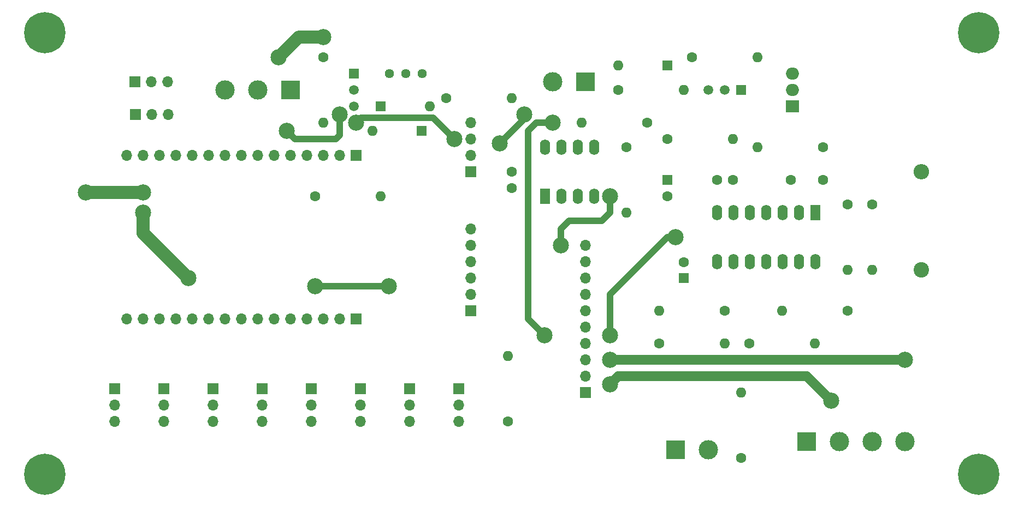
<source format=gtl>
G04 #@! TF.GenerationSoftware,KiCad,Pcbnew,(6.0.9)*
G04 #@! TF.CreationDate,2022-12-06T17:49:46-03:00*
G04 #@! TF.ProjectId,anemometer,616e656d-6f6d-4657-9465-722e6b696361,rev?*
G04 #@! TF.SameCoordinates,Original*
G04 #@! TF.FileFunction,Copper,L1,Top*
G04 #@! TF.FilePolarity,Positive*
%FSLAX46Y46*%
G04 Gerber Fmt 4.6, Leading zero omitted, Abs format (unit mm)*
G04 Created by KiCad (PCBNEW (6.0.9)) date 2022-12-06 17:49:46*
%MOMM*%
%LPD*%
G01*
G04 APERTURE LIST*
G04 #@! TA.AperFunction,ComponentPad*
%ADD10R,1.700000X1.700000*%
G04 #@! TD*
G04 #@! TA.AperFunction,ComponentPad*
%ADD11O,1.700000X1.700000*%
G04 #@! TD*
G04 #@! TA.AperFunction,ComponentPad*
%ADD12C,1.600000*%
G04 #@! TD*
G04 #@! TA.AperFunction,ComponentPad*
%ADD13O,1.600000X1.600000*%
G04 #@! TD*
G04 #@! TA.AperFunction,ComponentPad*
%ADD14C,6.400000*%
G04 #@! TD*
G04 #@! TA.AperFunction,ComponentPad*
%ADD15R,3.000000X3.000000*%
G04 #@! TD*
G04 #@! TA.AperFunction,ComponentPad*
%ADD16C,3.000000*%
G04 #@! TD*
G04 #@! TA.AperFunction,ComponentPad*
%ADD17C,2.400000*%
G04 #@! TD*
G04 #@! TA.AperFunction,ComponentPad*
%ADD18O,2.400000X2.400000*%
G04 #@! TD*
G04 #@! TA.AperFunction,ComponentPad*
%ADD19C,1.440000*%
G04 #@! TD*
G04 #@! TA.AperFunction,ComponentPad*
%ADD20R,1.500000X1.500000*%
G04 #@! TD*
G04 #@! TA.AperFunction,ComponentPad*
%ADD21C,1.500000*%
G04 #@! TD*
G04 #@! TA.AperFunction,ComponentPad*
%ADD22R,1.600000X1.600000*%
G04 #@! TD*
G04 #@! TA.AperFunction,ComponentPad*
%ADD23R,2.000000X1.905000*%
G04 #@! TD*
G04 #@! TA.AperFunction,ComponentPad*
%ADD24O,2.000000X1.905000*%
G04 #@! TD*
G04 #@! TA.AperFunction,ComponentPad*
%ADD25R,1.600000X2.400000*%
G04 #@! TD*
G04 #@! TA.AperFunction,ComponentPad*
%ADD26O,1.600000X2.400000*%
G04 #@! TD*
G04 #@! TA.AperFunction,ViaPad*
%ADD27C,2.500000*%
G04 #@! TD*
G04 #@! TA.AperFunction,Conductor*
%ADD28C,1.000000*%
G04 #@! TD*
G04 #@! TA.AperFunction,Conductor*
%ADD29C,2.000000*%
G04 #@! TD*
G04 #@! TA.AperFunction,Conductor*
%ADD30C,1.500000*%
G04 #@! TD*
G04 APERTURE END LIST*
D10*
X128270000Y-86360000D03*
D11*
X125730000Y-86360000D03*
X123190000Y-86360000D03*
X120650000Y-86360000D03*
X118110000Y-86360000D03*
X115570000Y-86360000D03*
X113030000Y-86360000D03*
X110490000Y-86360000D03*
X107950000Y-86360000D03*
X105410000Y-86360000D03*
X102870000Y-86360000D03*
X100330000Y-86360000D03*
X97790000Y-86360000D03*
X95250000Y-86360000D03*
X92710000Y-86360000D03*
D10*
X128270000Y-60960000D03*
D11*
X125730000Y-60960000D03*
X123190000Y-60960000D03*
X120650000Y-60960000D03*
X118110000Y-60960000D03*
X115570000Y-60960000D03*
X113030000Y-60960000D03*
X110490000Y-60960000D03*
X107950000Y-60960000D03*
X105410000Y-60960000D03*
X102870000Y-60960000D03*
X100330000Y-60960000D03*
X97790000Y-60960000D03*
X95250000Y-60960000D03*
X92710000Y-60960000D03*
D10*
X146025000Y-85065000D03*
D11*
X146025000Y-82525000D03*
X146025000Y-79985000D03*
X146025000Y-77445000D03*
X146025000Y-74905000D03*
X146025000Y-72365000D03*
D12*
X121920000Y-67310000D03*
D13*
X132080000Y-67310000D03*
D10*
X98425000Y-97155000D03*
D11*
X98425000Y-99695000D03*
X98425000Y-102235000D03*
D10*
X113665000Y-97155000D03*
D11*
X113665000Y-99695000D03*
X113665000Y-102235000D03*
D10*
X128905000Y-97155000D03*
D11*
X128905000Y-99695000D03*
X128905000Y-102235000D03*
D10*
X90805000Y-97155000D03*
D11*
X90805000Y-99695000D03*
X90805000Y-102235000D03*
D10*
X146025000Y-63490000D03*
D11*
X146025000Y-60950000D03*
X146025000Y-58410000D03*
X146025000Y-55870000D03*
D12*
X151765000Y-102235000D03*
D13*
X151765000Y-92075000D03*
D10*
X106045000Y-97155000D03*
D11*
X106045000Y-99695000D03*
X106045000Y-102235000D03*
D10*
X121285000Y-97155000D03*
D11*
X121285000Y-99695000D03*
X121285000Y-102235000D03*
D10*
X93995000Y-54585000D03*
D11*
X96535000Y-54585000D03*
X99075000Y-54585000D03*
D12*
X195620000Y-64770000D03*
X200620000Y-64770000D03*
D14*
X224790000Y-41910000D03*
D12*
X204470000Y-85090000D03*
D13*
X194310000Y-85090000D03*
D15*
X198120000Y-105410000D03*
D16*
X203200000Y-105410000D03*
X208280000Y-105410000D03*
X213360000Y-105410000D03*
D17*
X215900000Y-78740000D03*
D18*
X215900000Y-63500000D03*
D12*
X175260000Y-90170000D03*
D13*
X185420000Y-90170000D03*
D12*
X187960000Y-107950000D03*
D13*
X187960000Y-97790000D03*
D19*
X138440000Y-48260000D03*
X135900000Y-48260000D03*
X133360000Y-48260000D03*
D12*
X180340000Y-45720000D03*
D13*
X190500000Y-45720000D03*
D20*
X127910000Y-48260000D03*
D21*
X127910000Y-50800000D03*
X127910000Y-53340000D03*
D15*
X177800000Y-106680000D03*
D16*
X182880000Y-106680000D03*
D22*
X179070000Y-80010000D03*
D12*
X179070000Y-77510000D03*
D14*
X80010000Y-41910000D03*
D12*
X170180000Y-59690000D03*
D13*
X170180000Y-69850000D03*
D12*
X173355000Y-55880000D03*
D13*
X163195000Y-55880000D03*
D12*
X142240000Y-52070000D03*
D13*
X152400000Y-52070000D03*
D22*
X138430000Y-57150000D03*
D13*
X130810000Y-57150000D03*
D12*
X176530000Y-58420000D03*
D13*
X186690000Y-58420000D03*
D15*
X163830000Y-49530000D03*
D16*
X158750000Y-49530000D03*
D15*
X118110000Y-50800000D03*
D16*
X113030000Y-50800000D03*
X107950000Y-50800000D03*
D12*
X168910000Y-50800000D03*
D13*
X179070000Y-50800000D03*
D12*
X189230000Y-90170000D03*
D13*
X199390000Y-90170000D03*
D23*
X195890000Y-53340000D03*
D24*
X195890000Y-50800000D03*
X195890000Y-48260000D03*
D14*
X224790000Y-110490000D03*
D10*
X144145000Y-97155000D03*
D11*
X144145000Y-99695000D03*
X144145000Y-102235000D03*
D25*
X157490000Y-67325000D03*
D26*
X160030000Y-67325000D03*
X162570000Y-67325000D03*
X165110000Y-67325000D03*
X165110000Y-59705000D03*
X162570000Y-59705000D03*
X160030000Y-59705000D03*
X157490000Y-59705000D03*
D12*
X185420000Y-85090000D03*
D13*
X175260000Y-85090000D03*
D10*
X136525000Y-97155000D03*
D11*
X136525000Y-99695000D03*
X136525000Y-102235000D03*
D10*
X93965000Y-49530000D03*
D11*
X96505000Y-49530000D03*
X99045000Y-49530000D03*
D12*
X200660000Y-59690000D03*
D13*
X190500000Y-59690000D03*
D12*
X204470000Y-68580000D03*
D13*
X204470000Y-78740000D03*
D12*
X208280000Y-68580000D03*
D13*
X208280000Y-78740000D03*
D22*
X176530000Y-64770000D03*
D12*
X176530000Y-67270000D03*
D14*
X80010000Y-110490000D03*
D12*
X186690000Y-64770000D03*
X184190000Y-64770000D03*
X123190000Y-45720000D03*
D13*
X123190000Y-55880000D03*
D20*
X187960000Y-50800000D03*
D21*
X185420000Y-50800000D03*
X182880000Y-50800000D03*
D12*
X152400000Y-63500000D03*
X152400000Y-66000000D03*
D22*
X132080000Y-53340000D03*
D13*
X139700000Y-53340000D03*
D25*
X199395000Y-69860000D03*
D26*
X196855000Y-69860000D03*
X194315000Y-69860000D03*
X191775000Y-69860000D03*
X189235000Y-69860000D03*
X186695000Y-69860000D03*
X184155000Y-69860000D03*
X184155000Y-77480000D03*
X186695000Y-77480000D03*
X189235000Y-77480000D03*
X191775000Y-77480000D03*
X194315000Y-77480000D03*
X196855000Y-77480000D03*
X199395000Y-77480000D03*
D22*
X176530000Y-46990000D03*
D13*
X168910000Y-46990000D03*
D10*
X163805000Y-97760000D03*
D11*
X163805000Y-95220000D03*
X163805000Y-92680000D03*
X163805000Y-90140000D03*
X163805000Y-87600000D03*
X163805000Y-85060000D03*
X163805000Y-82520000D03*
X163805000Y-79980000D03*
X163805000Y-77440000D03*
X163805000Y-74900000D03*
D27*
X128270000Y-55880000D03*
X117475000Y-57150000D03*
X95250000Y-66675000D03*
X102235000Y-80010000D03*
X150495000Y-59055000D03*
X143510000Y-58420000D03*
X167640000Y-67310000D03*
X159995000Y-74905000D03*
X86360000Y-66675000D03*
X125730000Y-54610000D03*
X95250000Y-69850000D03*
X154305000Y-54610000D03*
X133350000Y-81280000D03*
X121920000Y-81280000D03*
X167640000Y-96520000D03*
X201930000Y-99060000D03*
X158750000Y-55880000D03*
X157480000Y-88900000D03*
X213360000Y-92710000D03*
X167640000Y-92710000D03*
X167640000Y-88900000D03*
X177800000Y-73660000D03*
X123190000Y-42545000D03*
X116205000Y-45720000D03*
D28*
X161290000Y-71120000D02*
X166370000Y-71120000D01*
X117475000Y-57150000D02*
X118745000Y-58420000D01*
X159995000Y-74905000D02*
X159995000Y-72415000D01*
X154305000Y-55245000D02*
X154305000Y-54610000D01*
D29*
X95250000Y-66675000D02*
X86360000Y-66675000D01*
D28*
X150495000Y-59055000D02*
X154305000Y-55245000D01*
X129032000Y-55118000D02*
X140208000Y-55118000D01*
X166370000Y-71120000D02*
X167640000Y-69850000D01*
X140208000Y-55118000D02*
X143510000Y-58420000D01*
X125730000Y-57785000D02*
X125730000Y-54610000D01*
X125095000Y-58420000D02*
X125730000Y-57785000D01*
X118745000Y-58420000D02*
X125095000Y-58420000D01*
D29*
X95250000Y-73025000D02*
X102235000Y-80010000D01*
D28*
X159995000Y-72415000D02*
X161290000Y-71120000D01*
D29*
X95250000Y-69850000D02*
X95250000Y-73025000D01*
D28*
X167640000Y-69850000D02*
X167640000Y-67310000D01*
X128270000Y-55880000D02*
X129032000Y-55118000D01*
X133350000Y-81280000D02*
X121920000Y-81280000D01*
D30*
X168910000Y-95250000D02*
X198120000Y-95250000D01*
X167640000Y-96520000D02*
X168910000Y-95250000D01*
X198120000Y-95250000D02*
X201930000Y-99060000D01*
D28*
X158750000Y-55880000D02*
X156210000Y-55880000D01*
X154940000Y-57150000D02*
X154940000Y-86360000D01*
X154940000Y-86360000D02*
X157480000Y-88900000D01*
X156210000Y-55880000D02*
X154940000Y-57150000D01*
D30*
X213360000Y-92710000D02*
X167640000Y-92710000D01*
D28*
X176530000Y-73660000D02*
X177800000Y-73660000D01*
X167640000Y-82550000D02*
X176530000Y-73660000D01*
X167640000Y-88900000D02*
X167640000Y-82550000D01*
D29*
X116205000Y-45720000D02*
X119380000Y-42545000D01*
X119380000Y-42545000D02*
X123190000Y-42545000D01*
M02*

</source>
